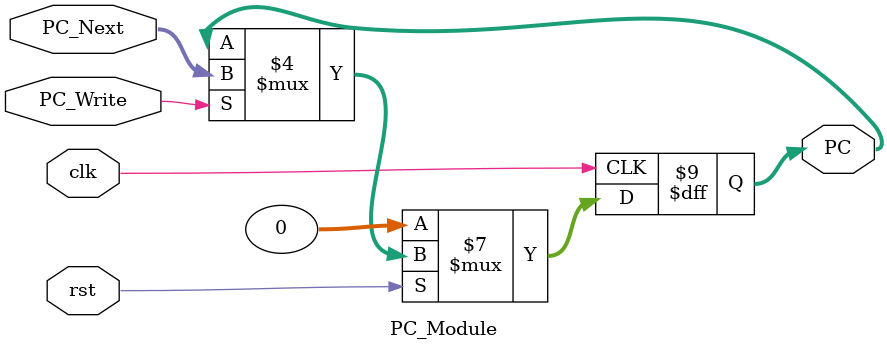
<source format=v>
module PC_Module(
    input clk,rst,PC_Write,
    input [31:0]PC_Next,
    output reg [31:0]PC
    );
    always @(posedge clk)
    begin
        if(~rst)
            PC <= {32{1'b0}};
        else if(PC_Write)
            PC <= PC_Next;
    end
    
    initial PC = 32'b0;
endmodule

</source>
